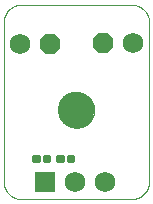
<source format=gbs>
G75*
%MOIN*%
%OFA0B0*%
%FSLAX25Y25*%
%IPPOS*%
%LPD*%
%AMOC8*
5,1,8,0,0,1.08239X$1,22.5*
%
%ADD10C,0.00000*%
%ADD11C,0.12211*%
%ADD12R,0.06900X0.06900*%
%ADD13C,0.06900*%
%ADD14C,0.01450*%
%ADD15OC8,0.06900*%
D10*
X0001400Y0007206D02*
X0001400Y0060194D01*
X0001402Y0060346D01*
X0001408Y0060498D01*
X0001418Y0060650D01*
X0001431Y0060801D01*
X0001449Y0060952D01*
X0001470Y0061103D01*
X0001496Y0061253D01*
X0001525Y0061402D01*
X0001558Y0061551D01*
X0001595Y0061698D01*
X0001635Y0061845D01*
X0001680Y0061990D01*
X0001728Y0062134D01*
X0001780Y0062277D01*
X0001835Y0062419D01*
X0001894Y0062559D01*
X0001957Y0062698D01*
X0002023Y0062835D01*
X0002093Y0062970D01*
X0002166Y0063103D01*
X0002243Y0063234D01*
X0002323Y0063364D01*
X0002406Y0063491D01*
X0002492Y0063616D01*
X0002582Y0063739D01*
X0002675Y0063859D01*
X0002771Y0063977D01*
X0002870Y0064093D01*
X0002972Y0064206D01*
X0003076Y0064316D01*
X0003184Y0064424D01*
X0003294Y0064528D01*
X0003407Y0064630D01*
X0003523Y0064729D01*
X0003641Y0064825D01*
X0003761Y0064918D01*
X0003884Y0065008D01*
X0004009Y0065094D01*
X0004136Y0065177D01*
X0004266Y0065257D01*
X0004397Y0065334D01*
X0004530Y0065407D01*
X0004665Y0065477D01*
X0004802Y0065543D01*
X0004941Y0065606D01*
X0005081Y0065665D01*
X0005223Y0065720D01*
X0005366Y0065772D01*
X0005510Y0065820D01*
X0005655Y0065865D01*
X0005802Y0065905D01*
X0005949Y0065942D01*
X0006098Y0065975D01*
X0006247Y0066004D01*
X0006397Y0066030D01*
X0006548Y0066051D01*
X0006699Y0066069D01*
X0006850Y0066082D01*
X0007002Y0066092D01*
X0007154Y0066098D01*
X0007306Y0066100D01*
X0043994Y0066100D01*
X0044146Y0066098D01*
X0044298Y0066092D01*
X0044450Y0066082D01*
X0044601Y0066069D01*
X0044752Y0066051D01*
X0044903Y0066030D01*
X0045053Y0066004D01*
X0045202Y0065975D01*
X0045351Y0065942D01*
X0045498Y0065905D01*
X0045645Y0065865D01*
X0045790Y0065820D01*
X0045934Y0065772D01*
X0046077Y0065720D01*
X0046219Y0065665D01*
X0046359Y0065606D01*
X0046498Y0065543D01*
X0046635Y0065477D01*
X0046770Y0065407D01*
X0046903Y0065334D01*
X0047034Y0065257D01*
X0047164Y0065177D01*
X0047291Y0065094D01*
X0047416Y0065008D01*
X0047539Y0064918D01*
X0047659Y0064825D01*
X0047777Y0064729D01*
X0047893Y0064630D01*
X0048006Y0064528D01*
X0048116Y0064424D01*
X0048224Y0064316D01*
X0048328Y0064206D01*
X0048430Y0064093D01*
X0048529Y0063977D01*
X0048625Y0063859D01*
X0048718Y0063739D01*
X0048808Y0063616D01*
X0048894Y0063491D01*
X0048977Y0063364D01*
X0049057Y0063234D01*
X0049134Y0063103D01*
X0049207Y0062970D01*
X0049277Y0062835D01*
X0049343Y0062698D01*
X0049406Y0062559D01*
X0049465Y0062419D01*
X0049520Y0062277D01*
X0049572Y0062134D01*
X0049620Y0061990D01*
X0049665Y0061845D01*
X0049705Y0061698D01*
X0049742Y0061551D01*
X0049775Y0061402D01*
X0049804Y0061253D01*
X0049830Y0061103D01*
X0049851Y0060952D01*
X0049869Y0060801D01*
X0049882Y0060650D01*
X0049892Y0060498D01*
X0049898Y0060346D01*
X0049900Y0060194D01*
X0049900Y0007206D01*
X0049898Y0007054D01*
X0049892Y0006902D01*
X0049882Y0006750D01*
X0049869Y0006599D01*
X0049851Y0006448D01*
X0049830Y0006297D01*
X0049804Y0006147D01*
X0049775Y0005998D01*
X0049742Y0005849D01*
X0049705Y0005702D01*
X0049665Y0005555D01*
X0049620Y0005410D01*
X0049572Y0005266D01*
X0049520Y0005123D01*
X0049465Y0004981D01*
X0049406Y0004841D01*
X0049343Y0004702D01*
X0049277Y0004565D01*
X0049207Y0004430D01*
X0049134Y0004297D01*
X0049057Y0004166D01*
X0048977Y0004036D01*
X0048894Y0003909D01*
X0048808Y0003784D01*
X0048718Y0003661D01*
X0048625Y0003541D01*
X0048529Y0003423D01*
X0048430Y0003307D01*
X0048328Y0003194D01*
X0048224Y0003084D01*
X0048116Y0002976D01*
X0048006Y0002872D01*
X0047893Y0002770D01*
X0047777Y0002671D01*
X0047659Y0002575D01*
X0047539Y0002482D01*
X0047416Y0002392D01*
X0047291Y0002306D01*
X0047164Y0002223D01*
X0047034Y0002143D01*
X0046903Y0002066D01*
X0046770Y0001993D01*
X0046635Y0001923D01*
X0046498Y0001857D01*
X0046359Y0001794D01*
X0046219Y0001735D01*
X0046077Y0001680D01*
X0045934Y0001628D01*
X0045790Y0001580D01*
X0045645Y0001535D01*
X0045498Y0001495D01*
X0045351Y0001458D01*
X0045202Y0001425D01*
X0045053Y0001396D01*
X0044903Y0001370D01*
X0044752Y0001349D01*
X0044601Y0001331D01*
X0044450Y0001318D01*
X0044298Y0001308D01*
X0044146Y0001302D01*
X0043994Y0001300D01*
X0007306Y0001300D01*
X0007154Y0001302D01*
X0007002Y0001308D01*
X0006850Y0001318D01*
X0006699Y0001331D01*
X0006548Y0001349D01*
X0006397Y0001370D01*
X0006247Y0001396D01*
X0006098Y0001425D01*
X0005949Y0001458D01*
X0005802Y0001495D01*
X0005655Y0001535D01*
X0005510Y0001580D01*
X0005366Y0001628D01*
X0005223Y0001680D01*
X0005081Y0001735D01*
X0004941Y0001794D01*
X0004802Y0001857D01*
X0004665Y0001923D01*
X0004530Y0001993D01*
X0004397Y0002066D01*
X0004266Y0002143D01*
X0004136Y0002223D01*
X0004009Y0002306D01*
X0003884Y0002392D01*
X0003761Y0002482D01*
X0003641Y0002575D01*
X0003523Y0002671D01*
X0003407Y0002770D01*
X0003294Y0002872D01*
X0003184Y0002976D01*
X0003076Y0003084D01*
X0002972Y0003194D01*
X0002870Y0003307D01*
X0002771Y0003423D01*
X0002675Y0003541D01*
X0002582Y0003661D01*
X0002492Y0003784D01*
X0002406Y0003909D01*
X0002323Y0004036D01*
X0002243Y0004166D01*
X0002166Y0004297D01*
X0002093Y0004430D01*
X0002023Y0004565D01*
X0001957Y0004702D01*
X0001894Y0004841D01*
X0001835Y0004981D01*
X0001780Y0005123D01*
X0001728Y0005266D01*
X0001680Y0005410D01*
X0001635Y0005555D01*
X0001595Y0005702D01*
X0001558Y0005849D01*
X0001525Y0005998D01*
X0001496Y0006147D01*
X0001470Y0006297D01*
X0001449Y0006448D01*
X0001431Y0006599D01*
X0001418Y0006750D01*
X0001408Y0006902D01*
X0001402Y0007054D01*
X0001400Y0007206D01*
X0019744Y0031000D02*
X0019746Y0031153D01*
X0019752Y0031307D01*
X0019762Y0031460D01*
X0019776Y0031612D01*
X0019794Y0031765D01*
X0019816Y0031916D01*
X0019841Y0032067D01*
X0019871Y0032218D01*
X0019905Y0032368D01*
X0019942Y0032516D01*
X0019983Y0032664D01*
X0020028Y0032810D01*
X0020077Y0032956D01*
X0020130Y0033100D01*
X0020186Y0033242D01*
X0020246Y0033383D01*
X0020310Y0033523D01*
X0020377Y0033661D01*
X0020448Y0033797D01*
X0020523Y0033931D01*
X0020600Y0034063D01*
X0020682Y0034193D01*
X0020766Y0034321D01*
X0020854Y0034447D01*
X0020945Y0034570D01*
X0021039Y0034691D01*
X0021137Y0034809D01*
X0021237Y0034925D01*
X0021341Y0035038D01*
X0021447Y0035149D01*
X0021556Y0035257D01*
X0021668Y0035362D01*
X0021782Y0035463D01*
X0021900Y0035562D01*
X0022019Y0035658D01*
X0022141Y0035751D01*
X0022266Y0035840D01*
X0022393Y0035927D01*
X0022522Y0036009D01*
X0022653Y0036089D01*
X0022786Y0036165D01*
X0022921Y0036238D01*
X0023058Y0036307D01*
X0023197Y0036372D01*
X0023337Y0036434D01*
X0023479Y0036492D01*
X0023622Y0036547D01*
X0023767Y0036598D01*
X0023913Y0036645D01*
X0024060Y0036688D01*
X0024208Y0036727D01*
X0024357Y0036763D01*
X0024507Y0036794D01*
X0024658Y0036822D01*
X0024809Y0036846D01*
X0024962Y0036866D01*
X0025114Y0036882D01*
X0025267Y0036894D01*
X0025420Y0036902D01*
X0025573Y0036906D01*
X0025727Y0036906D01*
X0025880Y0036902D01*
X0026033Y0036894D01*
X0026186Y0036882D01*
X0026338Y0036866D01*
X0026491Y0036846D01*
X0026642Y0036822D01*
X0026793Y0036794D01*
X0026943Y0036763D01*
X0027092Y0036727D01*
X0027240Y0036688D01*
X0027387Y0036645D01*
X0027533Y0036598D01*
X0027678Y0036547D01*
X0027821Y0036492D01*
X0027963Y0036434D01*
X0028103Y0036372D01*
X0028242Y0036307D01*
X0028379Y0036238D01*
X0028514Y0036165D01*
X0028647Y0036089D01*
X0028778Y0036009D01*
X0028907Y0035927D01*
X0029034Y0035840D01*
X0029159Y0035751D01*
X0029281Y0035658D01*
X0029400Y0035562D01*
X0029518Y0035463D01*
X0029632Y0035362D01*
X0029744Y0035257D01*
X0029853Y0035149D01*
X0029959Y0035038D01*
X0030063Y0034925D01*
X0030163Y0034809D01*
X0030261Y0034691D01*
X0030355Y0034570D01*
X0030446Y0034447D01*
X0030534Y0034321D01*
X0030618Y0034193D01*
X0030700Y0034063D01*
X0030777Y0033931D01*
X0030852Y0033797D01*
X0030923Y0033661D01*
X0030990Y0033523D01*
X0031054Y0033383D01*
X0031114Y0033242D01*
X0031170Y0033100D01*
X0031223Y0032956D01*
X0031272Y0032810D01*
X0031317Y0032664D01*
X0031358Y0032516D01*
X0031395Y0032368D01*
X0031429Y0032218D01*
X0031459Y0032067D01*
X0031484Y0031916D01*
X0031506Y0031765D01*
X0031524Y0031612D01*
X0031538Y0031460D01*
X0031548Y0031307D01*
X0031554Y0031153D01*
X0031556Y0031000D01*
X0031554Y0030847D01*
X0031548Y0030693D01*
X0031538Y0030540D01*
X0031524Y0030388D01*
X0031506Y0030235D01*
X0031484Y0030084D01*
X0031459Y0029933D01*
X0031429Y0029782D01*
X0031395Y0029632D01*
X0031358Y0029484D01*
X0031317Y0029336D01*
X0031272Y0029190D01*
X0031223Y0029044D01*
X0031170Y0028900D01*
X0031114Y0028758D01*
X0031054Y0028617D01*
X0030990Y0028477D01*
X0030923Y0028339D01*
X0030852Y0028203D01*
X0030777Y0028069D01*
X0030700Y0027937D01*
X0030618Y0027807D01*
X0030534Y0027679D01*
X0030446Y0027553D01*
X0030355Y0027430D01*
X0030261Y0027309D01*
X0030163Y0027191D01*
X0030063Y0027075D01*
X0029959Y0026962D01*
X0029853Y0026851D01*
X0029744Y0026743D01*
X0029632Y0026638D01*
X0029518Y0026537D01*
X0029400Y0026438D01*
X0029281Y0026342D01*
X0029159Y0026249D01*
X0029034Y0026160D01*
X0028907Y0026073D01*
X0028778Y0025991D01*
X0028647Y0025911D01*
X0028514Y0025835D01*
X0028379Y0025762D01*
X0028242Y0025693D01*
X0028103Y0025628D01*
X0027963Y0025566D01*
X0027821Y0025508D01*
X0027678Y0025453D01*
X0027533Y0025402D01*
X0027387Y0025355D01*
X0027240Y0025312D01*
X0027092Y0025273D01*
X0026943Y0025237D01*
X0026793Y0025206D01*
X0026642Y0025178D01*
X0026491Y0025154D01*
X0026338Y0025134D01*
X0026186Y0025118D01*
X0026033Y0025106D01*
X0025880Y0025098D01*
X0025727Y0025094D01*
X0025573Y0025094D01*
X0025420Y0025098D01*
X0025267Y0025106D01*
X0025114Y0025118D01*
X0024962Y0025134D01*
X0024809Y0025154D01*
X0024658Y0025178D01*
X0024507Y0025206D01*
X0024357Y0025237D01*
X0024208Y0025273D01*
X0024060Y0025312D01*
X0023913Y0025355D01*
X0023767Y0025402D01*
X0023622Y0025453D01*
X0023479Y0025508D01*
X0023337Y0025566D01*
X0023197Y0025628D01*
X0023058Y0025693D01*
X0022921Y0025762D01*
X0022786Y0025835D01*
X0022653Y0025911D01*
X0022522Y0025991D01*
X0022393Y0026073D01*
X0022266Y0026160D01*
X0022141Y0026249D01*
X0022019Y0026342D01*
X0021900Y0026438D01*
X0021782Y0026537D01*
X0021668Y0026638D01*
X0021556Y0026743D01*
X0021447Y0026851D01*
X0021341Y0026962D01*
X0021237Y0027075D01*
X0021137Y0027191D01*
X0021039Y0027309D01*
X0020945Y0027430D01*
X0020854Y0027553D01*
X0020766Y0027679D01*
X0020682Y0027807D01*
X0020600Y0027937D01*
X0020523Y0028069D01*
X0020448Y0028203D01*
X0020377Y0028339D01*
X0020310Y0028477D01*
X0020246Y0028617D01*
X0020186Y0028758D01*
X0020130Y0028900D01*
X0020077Y0029044D01*
X0020028Y0029190D01*
X0019983Y0029336D01*
X0019942Y0029484D01*
X0019905Y0029632D01*
X0019871Y0029782D01*
X0019841Y0029933D01*
X0019816Y0030084D01*
X0019794Y0030235D01*
X0019776Y0030388D01*
X0019762Y0030540D01*
X0019752Y0030693D01*
X0019746Y0030847D01*
X0019744Y0031000D01*
D11*
X0025650Y0031000D03*
D12*
X0015300Y0007100D03*
D13*
X0025300Y0007100D03*
X0035300Y0007100D03*
X0044588Y0053200D03*
X0006834Y0053100D03*
D14*
X0011625Y0013875D02*
X0013075Y0013875D01*
X0011625Y0013875D02*
X0011625Y0015325D01*
X0013075Y0015325D01*
X0013075Y0013875D01*
X0013075Y0015324D02*
X0011625Y0015324D01*
X0015125Y0013875D02*
X0016575Y0013875D01*
X0015125Y0013875D02*
X0015125Y0015325D01*
X0016575Y0015325D01*
X0016575Y0013875D01*
X0016575Y0015324D02*
X0015125Y0015324D01*
X0019625Y0015325D02*
X0021075Y0015325D01*
X0021075Y0013875D01*
X0019625Y0013875D01*
X0019625Y0015325D01*
X0019625Y0015324D02*
X0021075Y0015324D01*
X0023125Y0015325D02*
X0024575Y0015325D01*
X0024575Y0013875D01*
X0023125Y0013875D01*
X0023125Y0015325D01*
X0023125Y0015324D02*
X0024575Y0015324D01*
D15*
X0016832Y0053100D03*
X0034590Y0053200D03*
M02*

</source>
